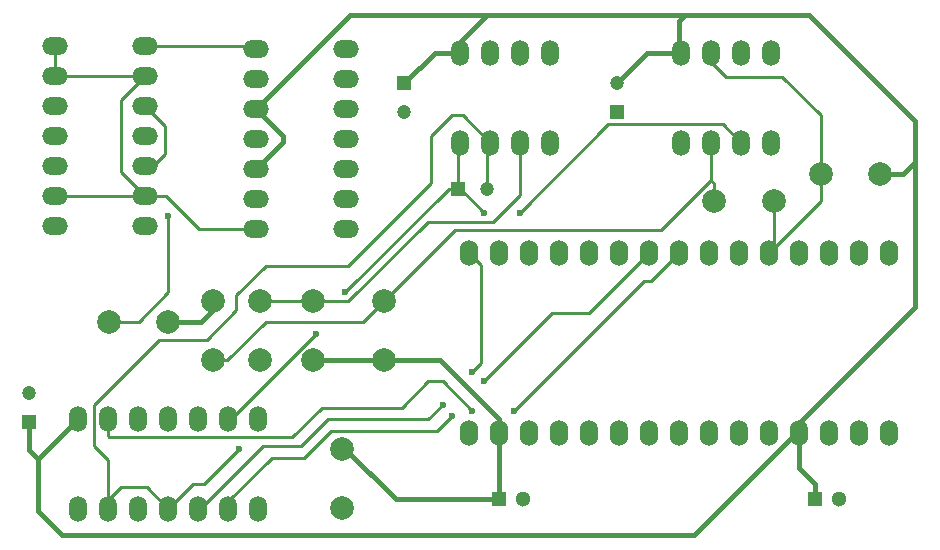
<source format=gbr>
G04 #@! TF.FileFunction,Copper,L1,Top,Signal*
%FSLAX46Y46*%
G04 Gerber Fmt 4.6, Leading zero omitted, Abs format (unit mm)*
G04 Created by KiCad (PCBNEW 4.0.4-stable) date Monday, December 05, 2016 'PMt' 07:15:31 PM*
%MOMM*%
%LPD*%
G01*
G04 APERTURE LIST*
%ADD10C,0.100000*%
%ADD11R,1.200000X1.200000*%
%ADD12C,1.200000*%
%ADD13R,1.300000X1.300000*%
%ADD14C,1.300000*%
%ADD15O,1.524000X2.199640*%
%ADD16O,1.524000X2.197100*%
%ADD17O,2.199640X1.501140*%
%ADD18O,1.501140X2.199640*%
%ADD19C,1.998980*%
%ADD20C,0.600000*%
%ADD21C,0.400000*%
%ADD22C,0.250000*%
G04 APERTURE END LIST*
D10*
D11*
X79250000Y-37250000D03*
D12*
X79250000Y-39750000D03*
D11*
X47500000Y-66000000D03*
D12*
X47500000Y-63500000D03*
D11*
X83750000Y-46250000D03*
D12*
X86250000Y-46250000D03*
D11*
X97250000Y-39750000D03*
D12*
X97250000Y-37250000D03*
D13*
X114000000Y-72500000D03*
D14*
X116000000Y-72500000D03*
D13*
X87250000Y-72500000D03*
D14*
X89250000Y-72500000D03*
D15*
X120280000Y-51630000D03*
X117740000Y-51630000D03*
X115200000Y-51630000D03*
X112660000Y-51630000D03*
X110120000Y-51630000D03*
X107580000Y-51630000D03*
X105040000Y-51630000D03*
X102500000Y-51630000D03*
X99960000Y-51630000D03*
X97420000Y-51630000D03*
X94880000Y-51630000D03*
X92340000Y-51630000D03*
X89800000Y-51630000D03*
X87260000Y-51630000D03*
X84720000Y-51630000D03*
X84720000Y-66870000D03*
X87260000Y-66870000D03*
X89800000Y-66870000D03*
X92340000Y-66870000D03*
D16*
X94880000Y-66870000D03*
X97420000Y-66870000D03*
X99960000Y-66870000D03*
X102500000Y-66870000D03*
X105040000Y-66870000D03*
X107580000Y-66870000D03*
X110120000Y-66870000D03*
X112660000Y-66870000D03*
X115200000Y-66870000D03*
X117740000Y-66870000D03*
X120280000Y-66870000D03*
D17*
X57310000Y-49370000D03*
X57310000Y-46830000D03*
X57310000Y-44290000D03*
X57310000Y-41750000D03*
X57310000Y-39210000D03*
X57310000Y-36670000D03*
X57310000Y-34130000D03*
X49690000Y-34130000D03*
X49690000Y-36670000D03*
X49690000Y-39210000D03*
X49690000Y-41750000D03*
X49690000Y-44290000D03*
X49690000Y-46830000D03*
X49690000Y-49370000D03*
X66690000Y-34380000D03*
X66690000Y-36920000D03*
X66690000Y-39460000D03*
X66690000Y-42000000D03*
X66690000Y-44540000D03*
X66690000Y-47080000D03*
X66690000Y-49620000D03*
X74310000Y-49620000D03*
X74310000Y-47080000D03*
X74310000Y-44540000D03*
X74310000Y-42000000D03*
X74310000Y-39460000D03*
X74310000Y-36920000D03*
X74310000Y-34380000D03*
D18*
X83940000Y-42310000D03*
X86480000Y-42310000D03*
X89020000Y-42310000D03*
X91560000Y-42310000D03*
X91560000Y-34690000D03*
X89020000Y-34690000D03*
X86480000Y-34690000D03*
X83940000Y-34690000D03*
X51630000Y-73310000D03*
X54170000Y-73310000D03*
X56710000Y-73310000D03*
X59250000Y-73310000D03*
X61790000Y-73310000D03*
X64330000Y-73310000D03*
X66870000Y-73310000D03*
X66870000Y-65690000D03*
X64330000Y-65690000D03*
X61790000Y-65690000D03*
X59250000Y-65690000D03*
X56710000Y-65690000D03*
X54170000Y-65690000D03*
X51630000Y-65690000D03*
X102690000Y-42310000D03*
X105230000Y-42310000D03*
X107770000Y-42310000D03*
X110310000Y-42310000D03*
X110310000Y-34690000D03*
X107770000Y-34690000D03*
X105230000Y-34690000D03*
X102690000Y-34690000D03*
D19*
X54250640Y-57500000D03*
X59251900Y-57500000D03*
X71500000Y-60749360D03*
X71500000Y-55748100D03*
X67000000Y-55750640D03*
X67000000Y-60751900D03*
X74000000Y-68250640D03*
X74000000Y-73251900D03*
X77500000Y-60749360D03*
X77500000Y-55748100D03*
X63000000Y-60749360D03*
X63000000Y-55748100D03*
X110499360Y-47250000D03*
X105498100Y-47250000D03*
X119499360Y-45000000D03*
X114498100Y-45000000D03*
D20*
X89000000Y-48250000D03*
X86000000Y-48250000D03*
X71750000Y-58500000D03*
X74250000Y-55000000D03*
X65250000Y-68250000D03*
X88500000Y-65000000D03*
X85000000Y-65000000D03*
X83250000Y-65500000D03*
X86000000Y-62500000D03*
X82500000Y-64500000D03*
X85000000Y-61750000D03*
X59250000Y-48500000D03*
D21*
X114000000Y-72500000D02*
X114000000Y-71250000D01*
X112660000Y-69910000D02*
X112660000Y-66870000D01*
X114000000Y-71250000D02*
X112660000Y-69910000D01*
X119499360Y-45000000D02*
X121500000Y-45000000D01*
X121500000Y-45000000D02*
X122500000Y-44000000D01*
X83940000Y-34690000D02*
X81810000Y-34690000D01*
X81810000Y-34690000D02*
X79250000Y-37250000D01*
X102690000Y-34690000D02*
X99810000Y-34690000D01*
X99810000Y-34690000D02*
X97250000Y-37250000D01*
X103000000Y-31500000D02*
X102500000Y-32000000D01*
X102500000Y-32000000D02*
X102500000Y-34500000D01*
X102500000Y-34500000D02*
X102690000Y-34690000D01*
X47500000Y-66000000D02*
X47500000Y-68320000D01*
X47500000Y-68320000D02*
X48250000Y-69070000D01*
X48250000Y-72000000D02*
X48250000Y-69070000D01*
X103750000Y-75500000D02*
X50250000Y-75500000D01*
X50250000Y-75500000D02*
X48250000Y-73500000D01*
X48250000Y-73500000D02*
X48250000Y-72000000D01*
X112380000Y-66870000D02*
X103750000Y-75500000D01*
X48250000Y-69070000D02*
X51630000Y-65690000D01*
X112660000Y-66870000D02*
X112380000Y-66870000D01*
X66690000Y-39460000D02*
X66710000Y-39460000D01*
X66710000Y-39460000D02*
X69000000Y-41750000D01*
X69000000Y-42230000D02*
X66690000Y-44540000D01*
X69000000Y-41750000D02*
X69000000Y-42230000D01*
X86250000Y-31500000D02*
X74650000Y-31500000D01*
X74650000Y-31500000D02*
X66690000Y-39460000D01*
X83940000Y-34690000D02*
X83940000Y-33810000D01*
X83940000Y-33810000D02*
X86250000Y-31500000D01*
X86250000Y-31500000D02*
X103000000Y-31500000D01*
X103000000Y-31500000D02*
X103130000Y-31500000D01*
X112660000Y-66870000D02*
X112660000Y-66090000D01*
X112660000Y-66090000D02*
X122500000Y-56250000D01*
X122500000Y-56250000D02*
X122500000Y-44000000D01*
X122500000Y-44000000D02*
X122500000Y-40500000D01*
X122500000Y-40500000D02*
X113500000Y-31500000D01*
X113500000Y-31500000D02*
X103130000Y-31500000D01*
X63000000Y-55748100D02*
X63000000Y-56500000D01*
X63000000Y-56500000D02*
X62000000Y-57500000D01*
X62000000Y-57500000D02*
X59251900Y-57500000D01*
D22*
X83750000Y-46250000D02*
X84000000Y-46250000D01*
X84000000Y-46250000D02*
X86000000Y-48250000D01*
X106210000Y-40750000D02*
X107770000Y-42310000D01*
X96500000Y-40750000D02*
X106210000Y-40750000D01*
X89000000Y-48250000D02*
X96500000Y-40750000D01*
X64330000Y-65690000D02*
X64560000Y-65690000D01*
X64560000Y-65690000D02*
X71750000Y-58500000D01*
X74250000Y-55000000D02*
X83000000Y-46250000D01*
X83000000Y-46250000D02*
X83750000Y-46250000D01*
X83750000Y-46250000D02*
X83750000Y-42500000D01*
X83750000Y-42500000D02*
X83940000Y-42310000D01*
X65250000Y-68250000D02*
X62250000Y-71250000D01*
X62250000Y-71250000D02*
X61310000Y-71250000D01*
X61310000Y-71250000D02*
X59250000Y-73310000D01*
X54170000Y-73310000D02*
X54170000Y-69170000D01*
X84170000Y-40000000D02*
X86480000Y-42310000D01*
X83250000Y-40000000D02*
X84170000Y-40000000D01*
X81500000Y-41750000D02*
X83250000Y-40000000D01*
X81500000Y-45750000D02*
X81500000Y-41750000D01*
X74500000Y-52750000D02*
X81500000Y-45750000D01*
X67500000Y-52750000D02*
X74500000Y-52750000D01*
X65000000Y-55250000D02*
X67500000Y-52750000D01*
X65000000Y-56500000D02*
X65000000Y-55250000D01*
X62500000Y-59000000D02*
X65000000Y-56500000D01*
X58500000Y-59000000D02*
X62500000Y-59000000D01*
X53000000Y-64500000D02*
X58500000Y-59000000D01*
X53000000Y-68000000D02*
X53000000Y-64500000D01*
X54170000Y-69170000D02*
X53000000Y-68000000D01*
X54170000Y-73310000D02*
X54170000Y-72580000D01*
X54170000Y-72580000D02*
X55250000Y-71500000D01*
X55250000Y-71500000D02*
X57440000Y-71500000D01*
X57440000Y-71500000D02*
X59250000Y-73310000D01*
X86250000Y-46250000D02*
X86250000Y-42540000D01*
X86250000Y-42540000D02*
X86480000Y-42310000D01*
D21*
X74000000Y-68250640D02*
X74250640Y-68250640D01*
X74250640Y-68250640D02*
X78500000Y-72500000D01*
X78500000Y-72500000D02*
X87250000Y-72500000D01*
X87250000Y-72500000D02*
X87250000Y-66880000D01*
X87250000Y-66880000D02*
X87260000Y-66870000D01*
X77500000Y-60749360D02*
X71500000Y-60749360D01*
X87260000Y-66870000D02*
X87260000Y-65760000D01*
X82249360Y-60749360D02*
X71500000Y-60749360D01*
X87260000Y-65760000D02*
X82249360Y-60749360D01*
D22*
X110499360Y-47250000D02*
X110499360Y-51250640D01*
X110499360Y-51250640D02*
X110120000Y-51630000D01*
X114500000Y-43500000D02*
X114500000Y-44998100D01*
X114500000Y-44998100D02*
X114498100Y-45000000D01*
X105230000Y-34690000D02*
X105230000Y-35480000D01*
X105230000Y-35480000D02*
X106500000Y-36750000D01*
X106500000Y-36750000D02*
X111250000Y-36750000D01*
X111250000Y-36750000D02*
X114500000Y-40000000D01*
X114500000Y-40000000D02*
X114500000Y-43500000D01*
X114500000Y-43500000D02*
X114500000Y-47250000D01*
X114500000Y-47250000D02*
X110120000Y-51630000D01*
X81250000Y-62500000D02*
X82500000Y-62500000D01*
X54170000Y-67170000D02*
X54250000Y-67250000D01*
X54250000Y-67250000D02*
X69750000Y-67250000D01*
X69750000Y-67250000D02*
X72250000Y-64750000D01*
X72250000Y-64750000D02*
X79000000Y-64750000D01*
X79000000Y-64750000D02*
X81250000Y-62500000D01*
X54170000Y-65690000D02*
X54170000Y-67170000D01*
X100130000Y-54000000D02*
X102500000Y-51630000D01*
X99500000Y-54000000D02*
X100130000Y-54000000D01*
X88500000Y-65000000D02*
X99500000Y-54000000D01*
X82500000Y-62500000D02*
X85000000Y-65000000D01*
X64330000Y-73310000D02*
X64330000Y-72670000D01*
X64330000Y-72670000D02*
X68000000Y-69000000D01*
X68000000Y-69000000D02*
X70750000Y-69000000D01*
X70750000Y-69000000D02*
X73000000Y-66750000D01*
X73000000Y-66750000D02*
X82000000Y-66750000D01*
X82000000Y-66750000D02*
X83250000Y-65500000D01*
X86000000Y-62500000D02*
X91750000Y-56750000D01*
X91750000Y-56750000D02*
X94840000Y-56750000D01*
X94840000Y-56750000D02*
X99960000Y-51630000D01*
X61790000Y-73310000D02*
X61940000Y-73310000D01*
X61940000Y-73310000D02*
X67250000Y-68000000D01*
X67250000Y-68000000D02*
X70500000Y-68000000D01*
X70500000Y-68000000D02*
X72750000Y-65750000D01*
X72750000Y-65750000D02*
X81250000Y-65750000D01*
X81250000Y-65750000D02*
X82500000Y-64500000D01*
X85000000Y-61750000D02*
X85750000Y-61000000D01*
X85750000Y-61000000D02*
X85750000Y-52660000D01*
X85750000Y-52660000D02*
X84720000Y-51630000D01*
X57310000Y-34130000D02*
X66440000Y-34130000D01*
X66440000Y-34130000D02*
X66690000Y-34380000D01*
X57310000Y-36670000D02*
X57310000Y-36690000D01*
X57310000Y-36690000D02*
X55250000Y-38750000D01*
X55250000Y-44770000D02*
X57310000Y-46830000D01*
X55250000Y-38750000D02*
X55250000Y-44770000D01*
X49690000Y-34130000D02*
X49690000Y-36670000D01*
X57310000Y-36670000D02*
X49690000Y-36670000D01*
X57310000Y-46830000D02*
X49690000Y-46830000D01*
X57310000Y-46830000D02*
X59080000Y-46830000D01*
X61870000Y-49620000D02*
X66690000Y-49620000D01*
X59080000Y-46830000D02*
X61870000Y-49620000D01*
X56750000Y-57500000D02*
X54250640Y-57500000D01*
X59250000Y-55000000D02*
X56750000Y-57500000D01*
X59250000Y-48500000D02*
X59250000Y-55000000D01*
X57310000Y-44290000D02*
X57960000Y-44290000D01*
X57960000Y-44290000D02*
X59000000Y-43250000D01*
X59000000Y-40900000D02*
X57310000Y-39210000D01*
X59000000Y-43250000D02*
X59000000Y-40900000D01*
X105498100Y-47250000D02*
X105498100Y-45788100D01*
X105498100Y-45788100D02*
X105230000Y-45520000D01*
X63000000Y-60749360D02*
X64250640Y-60749360D01*
X75748100Y-57500000D02*
X77500000Y-55748100D01*
X67500000Y-57500000D02*
X75748100Y-57500000D01*
X64250640Y-60749360D02*
X67500000Y-57500000D01*
X77500000Y-55748100D02*
X77501900Y-55748100D01*
X77501900Y-55748100D02*
X83500000Y-49750000D01*
X83500000Y-49750000D02*
X101000000Y-49750000D01*
X101000000Y-49750000D02*
X105230000Y-45520000D01*
X105230000Y-45520000D02*
X105230000Y-42310000D01*
X71500000Y-55748100D02*
X67002540Y-55748100D01*
X67002540Y-55748100D02*
X67000000Y-55750640D01*
X71500000Y-55748100D02*
X74501900Y-55748100D01*
X89020000Y-46730000D02*
X89020000Y-42310000D01*
X86750000Y-49000000D02*
X89020000Y-46730000D01*
X81250000Y-49000000D02*
X86750000Y-49000000D01*
X74501900Y-55748100D02*
X81250000Y-49000000D01*
M02*

</source>
